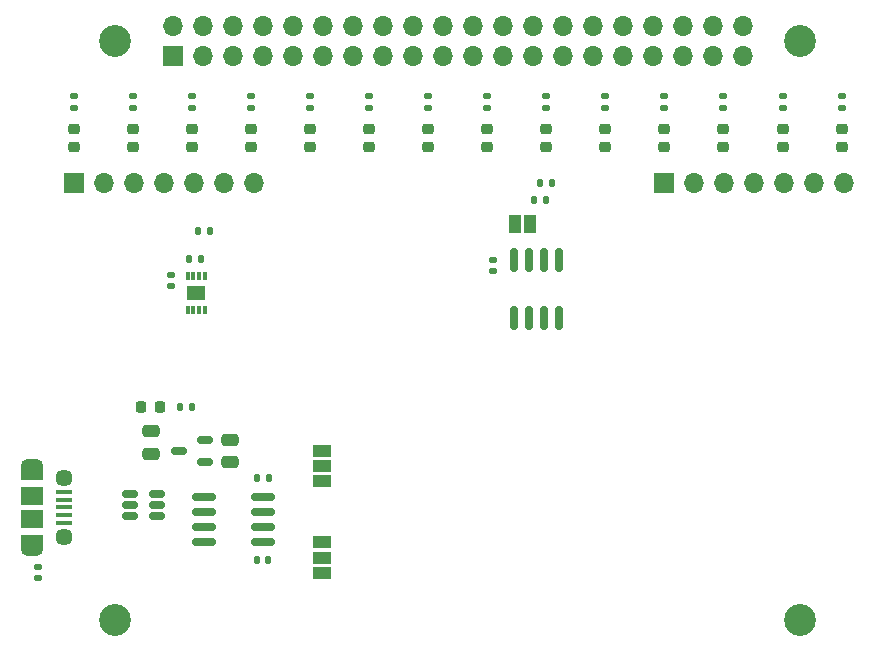
<source format=gbr>
%TF.GenerationSoftware,KiCad,Pcbnew,7.0.7-7.0.7~ubuntu23.04.1*%
%TF.CreationDate,2023-08-30T06:09:57+00:00*%
%TF.ProjectId,baggerdails,62616767-6572-4646-9169-6c732e6b6963,rev?*%
%TF.SameCoordinates,Original*%
%TF.FileFunction,Soldermask,Top*%
%TF.FilePolarity,Negative*%
%FSLAX46Y46*%
G04 Gerber Fmt 4.6, Leading zero omitted, Abs format (unit mm)*
G04 Created by KiCad (PCBNEW 7.0.7-7.0.7~ubuntu23.04.1) date 2023-08-30 06:09:57*
%MOMM*%
%LPD*%
G01*
G04 APERTURE LIST*
G04 Aperture macros list*
%AMRoundRect*
0 Rectangle with rounded corners*
0 $1 Rounding radius*
0 $2 $3 $4 $5 $6 $7 $8 $9 X,Y pos of 4 corners*
0 Add a 4 corners polygon primitive as box body*
4,1,4,$2,$3,$4,$5,$6,$7,$8,$9,$2,$3,0*
0 Add four circle primitives for the rounded corners*
1,1,$1+$1,$2,$3*
1,1,$1+$1,$4,$5*
1,1,$1+$1,$6,$7*
1,1,$1+$1,$8,$9*
0 Add four rect primitives between the rounded corners*
20,1,$1+$1,$2,$3,$4,$5,0*
20,1,$1+$1,$4,$5,$6,$7,0*
20,1,$1+$1,$6,$7,$8,$9,0*
20,1,$1+$1,$8,$9,$2,$3,0*%
G04 Aperture macros list end*
%ADD10RoundRect,0.150000X0.512500X0.150000X-0.512500X0.150000X-0.512500X-0.150000X0.512500X-0.150000X0*%
%ADD11RoundRect,0.147500X-0.172500X0.147500X-0.172500X-0.147500X0.172500X-0.147500X0.172500X0.147500X0*%
%ADD12R,1.500000X1.000000*%
%ADD13C,2.700000*%
%ADD14RoundRect,0.218750X0.256250X-0.218750X0.256250X0.218750X-0.256250X0.218750X-0.256250X-0.218750X0*%
%ADD15RoundRect,0.140000X-0.170000X0.140000X-0.170000X-0.140000X0.170000X-0.140000X0.170000X0.140000X0*%
%ADD16RoundRect,0.135000X-0.135000X-0.185000X0.135000X-0.185000X0.135000X0.185000X-0.135000X0.185000X0*%
%ADD17RoundRect,0.135000X-0.185000X0.135000X-0.185000X-0.135000X0.185000X-0.135000X0.185000X0.135000X0*%
%ADD18RoundRect,0.250000X0.475000X-0.250000X0.475000X0.250000X-0.475000X0.250000X-0.475000X-0.250000X0*%
%ADD19RoundRect,0.140000X0.140000X0.170000X-0.140000X0.170000X-0.140000X-0.170000X0.140000X-0.170000X0*%
%ADD20R,1.000000X1.500000*%
%ADD21R,1.700000X1.700000*%
%ADD22O,1.700000X1.700000*%
%ADD23RoundRect,0.135000X0.135000X0.185000X-0.135000X0.185000X-0.135000X-0.185000X0.135000X-0.185000X0*%
%ADD24R,0.300000X0.750000*%
%ADD25R,1.500000X1.300000*%
%ADD26RoundRect,0.150000X-0.825000X-0.150000X0.825000X-0.150000X0.825000X0.150000X-0.825000X0.150000X0*%
%ADD27RoundRect,0.150000X0.150000X-0.825000X0.150000X0.825000X-0.150000X0.825000X-0.150000X-0.825000X0*%
%ADD28RoundRect,0.218750X-0.218750X-0.256250X0.218750X-0.256250X0.218750X0.256250X-0.218750X0.256250X0*%
%ADD29R,1.350000X0.400000*%
%ADD30O,1.900000X1.200000*%
%ADD31R,1.900000X1.200000*%
%ADD32C,1.450000*%
%ADD33R,1.900000X1.500000*%
G04 APERTURE END LIST*
D10*
%TO.C,U103*%
X111137500Y-83200000D03*
X111137500Y-81300000D03*
X108862500Y-82250000D03*
%TD*%
D11*
%TO.C,FB101*%
X97000000Y-92030000D03*
X97000000Y-93000000D03*
%TD*%
D12*
%TO.C,JP103*%
X121000000Y-84800000D03*
X121000000Y-83500000D03*
X121000000Y-82200000D03*
%TD*%
D13*
%TO.C,MH2*%
X161500000Y-47500000D03*
%TD*%
D14*
%TO.C,D105*%
X120000000Y-56500000D03*
X120000000Y-54925000D03*
%TD*%
%TO.C,D113*%
X160000000Y-56500000D03*
X160000000Y-54925000D03*
%TD*%
D15*
%TO.C,C101*%
X108250000Y-67290000D03*
X108250000Y-68250000D03*
%TD*%
D16*
%TO.C,R109*%
X138990000Y-61000000D03*
X140010000Y-61000000D03*
%TD*%
D17*
%TO.C,R114*%
X150000000Y-52192500D03*
X150000000Y-53212500D03*
%TD*%
D14*
%TO.C,D101*%
X100000000Y-56500000D03*
X100000000Y-54925000D03*
%TD*%
D18*
%TO.C,C104*%
X113250000Y-83200000D03*
X113250000Y-81300000D03*
%TD*%
D17*
%TO.C,R112*%
X145000000Y-52192500D03*
X145000000Y-53212500D03*
%TD*%
%TO.C,R117*%
X160000000Y-52192500D03*
X160000000Y-53212500D03*
%TD*%
D19*
%TO.C,C106*%
X116500000Y-84500000D03*
X115540000Y-84500000D03*
%TD*%
D14*
%TO.C,D108*%
X135000000Y-56500000D03*
X135000000Y-54925000D03*
%TD*%
D17*
%TO.C,R116*%
X155000000Y-52192500D03*
X155000000Y-53212500D03*
%TD*%
D18*
%TO.C,C103*%
X106500000Y-82450000D03*
X106500000Y-80550000D03*
%TD*%
D17*
%TO.C,R102*%
X105000000Y-52192500D03*
X105000000Y-53212500D03*
%TD*%
D20*
%TO.C,JP101*%
X138650000Y-62975000D03*
X137350000Y-62975000D03*
%TD*%
D15*
%TO.C,C102*%
X135500000Y-66020000D03*
X135500000Y-66980000D03*
%TD*%
D14*
%TO.C,D106*%
X125000000Y-56500000D03*
X125000000Y-54925000D03*
%TD*%
D16*
%TO.C,R113*%
X110490000Y-63570000D03*
X111510000Y-63570000D03*
%TD*%
D17*
%TO.C,R104*%
X115000000Y-52192500D03*
X115000000Y-53212500D03*
%TD*%
D19*
%TO.C,C105*%
X116480000Y-91500000D03*
X115520000Y-91500000D03*
%TD*%
D14*
%TO.C,D107*%
X130000000Y-56500000D03*
X130000000Y-54925000D03*
%TD*%
D21*
%TO.C,J104*%
X150000000Y-59500000D03*
D22*
X152540000Y-59500000D03*
X155080000Y-59500000D03*
X157620000Y-59500000D03*
X160160000Y-59500000D03*
X162700000Y-59500000D03*
X165240000Y-59500000D03*
%TD*%
D16*
%TO.C,R115*%
X109730000Y-66000000D03*
X110750000Y-66000000D03*
%TD*%
D14*
%TO.C,D114*%
X165000000Y-56500000D03*
X165000000Y-54925000D03*
%TD*%
D23*
%TO.C,R119*%
X110020000Y-78500000D03*
X109000000Y-78500000D03*
%TD*%
D16*
%TO.C,R107*%
X139490000Y-59500000D03*
X140510000Y-59500000D03*
%TD*%
D14*
%TO.C,D103*%
X110000000Y-56500000D03*
X110000000Y-54925000D03*
%TD*%
%TO.C,D111*%
X150000000Y-56500000D03*
X150000000Y-54925000D03*
%TD*%
D17*
%TO.C,R118*%
X165000000Y-52192500D03*
X165000000Y-53212500D03*
%TD*%
D14*
%TO.C,D109*%
X140000000Y-56500000D03*
X140000000Y-54925000D03*
%TD*%
D12*
%TO.C,JP102*%
X121000000Y-89950000D03*
X121000000Y-91250000D03*
X121000000Y-92550000D03*
%TD*%
D13*
%TO.C,MH3*%
X103500000Y-96500000D03*
%TD*%
D17*
%TO.C,R110*%
X135000000Y-52192500D03*
X135000000Y-53212500D03*
%TD*%
D24*
%TO.C,U102*%
X109625000Y-70275000D03*
X110125000Y-70275000D03*
X110625000Y-70275000D03*
X111125000Y-70275000D03*
X111125000Y-67375000D03*
X110625000Y-67375000D03*
X110125000Y-67375000D03*
X109625000Y-67375000D03*
D25*
X110375000Y-68825000D03*
%TD*%
D13*
%TO.C,MH1*%
X103500000Y-47500000D03*
%TD*%
D14*
%TO.C,D102*%
X105000000Y-56500000D03*
X105000000Y-54925000D03*
%TD*%
D21*
%TO.C,J103*%
X100000000Y-59500000D03*
D22*
X102540000Y-59500000D03*
X105080000Y-59500000D03*
X107620000Y-59500000D03*
X110160000Y-59500000D03*
X112700000Y-59500000D03*
X115240000Y-59500000D03*
%TD*%
D14*
%TO.C,D112*%
X155000000Y-56500000D03*
X155000000Y-54925000D03*
%TD*%
D26*
%TO.C,U105*%
X111025000Y-86145000D03*
X111025000Y-87415000D03*
X111025000Y-88685000D03*
X111025000Y-89955000D03*
X115975000Y-89955000D03*
X115975000Y-88685000D03*
X115975000Y-87415000D03*
X115975000Y-86145000D03*
%TD*%
D17*
%TO.C,R108*%
X130000000Y-52192500D03*
X130000000Y-53212500D03*
%TD*%
D10*
%TO.C,U104*%
X107025000Y-87750000D03*
X107025000Y-86800000D03*
X107025000Y-85850000D03*
X104750000Y-85850000D03*
X104750000Y-86800000D03*
X104750000Y-87750000D03*
%TD*%
D27*
%TO.C,U101*%
X137230000Y-70975000D03*
X138500000Y-70975000D03*
X139770000Y-70975000D03*
X141040000Y-70975000D03*
X141040000Y-66025000D03*
X139770000Y-66025000D03*
X138500000Y-66025000D03*
X137230000Y-66025000D03*
%TD*%
D13*
%TO.C,MH4*%
X161500000Y-96500000D03*
%TD*%
D28*
%TO.C,D115*%
X105712500Y-78500000D03*
X107287500Y-78500000D03*
%TD*%
D17*
%TO.C,R103*%
X110000000Y-52192500D03*
X110000000Y-53212500D03*
%TD*%
D29*
%TO.C,J102*%
X99162500Y-85700000D03*
X99162500Y-86350000D03*
X99162500Y-87000000D03*
X99162500Y-87650000D03*
X99162500Y-88300000D03*
D30*
X96462500Y-83500000D03*
D31*
X96462500Y-84100000D03*
D32*
X99162500Y-84500000D03*
D33*
X96462500Y-86000000D03*
X96462500Y-88000000D03*
D32*
X99162500Y-89500000D03*
D31*
X96462500Y-89900000D03*
D30*
X96462500Y-90500000D03*
%TD*%
D17*
%TO.C,R111*%
X140000000Y-52192500D03*
X140000000Y-53212500D03*
%TD*%
%TO.C,R105*%
X120000000Y-52192500D03*
X120000000Y-53212500D03*
%TD*%
D14*
%TO.C,D110*%
X145000000Y-56500000D03*
X145000000Y-54925000D03*
%TD*%
D17*
%TO.C,R106*%
X125000000Y-52192500D03*
X125000000Y-53212500D03*
%TD*%
D14*
%TO.C,D104*%
X115000000Y-56500000D03*
X115000000Y-54925000D03*
%TD*%
D17*
%TO.C,R101*%
X100000000Y-52192500D03*
X100000000Y-53212500D03*
%TD*%
D21*
%TO.C,J101*%
X108370000Y-48770000D03*
D22*
X108370000Y-46230000D03*
X110910000Y-48770000D03*
X110910000Y-46230000D03*
X113450000Y-48770000D03*
X113450000Y-46230000D03*
X115990000Y-48770000D03*
X115990000Y-46230000D03*
X118530000Y-48770000D03*
X118530000Y-46230000D03*
X121070000Y-48770000D03*
X121070000Y-46230000D03*
X123610000Y-48770000D03*
X123610000Y-46230000D03*
X126150000Y-48770000D03*
X126150000Y-46230000D03*
X128690000Y-48770000D03*
X128690000Y-46230000D03*
X131230000Y-48770000D03*
X131230000Y-46230000D03*
X133770000Y-48770000D03*
X133770000Y-46230000D03*
X136310000Y-48770000D03*
X136310000Y-46230000D03*
X138850000Y-48770000D03*
X138850000Y-46230000D03*
X141390000Y-48770000D03*
X141390000Y-46230000D03*
X143930000Y-48770000D03*
X143930000Y-46230000D03*
X146470000Y-48770000D03*
X146470000Y-46230000D03*
X149010000Y-48770000D03*
X149010000Y-46230000D03*
X151550000Y-48770000D03*
X151550000Y-46230000D03*
X154090000Y-48770000D03*
X154090000Y-46230000D03*
X156630000Y-48770000D03*
X156630000Y-46230000D03*
%TD*%
M02*

</source>
